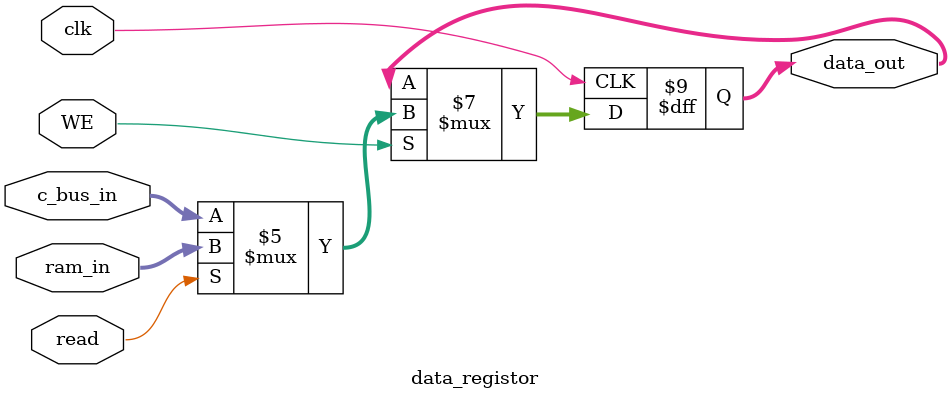
<source format=v>
module data_registor(
    input [15:0] c_bus_in,
    input [15:0] ram_in,
    input clk,
    input WE,
    input read,
    output reg [15:0] data_out
);

always @(posedge clk) begin
    if(WE==1) begin
        if(read==1)     data_out <= ram_in;
        else            data_out <= c_bus_in;
    end

end

endmodule


</source>
